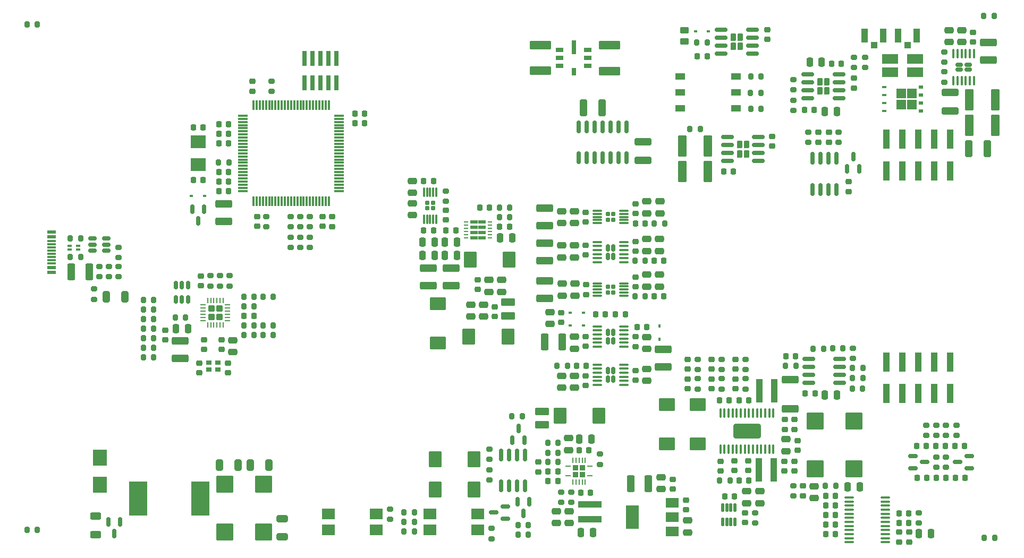
<source format=gtp>
G04 #@! TF.GenerationSoftware,KiCad,Pcbnew,(6.0.0)*
G04 #@! TF.CreationDate,2022-07-08T19:13:56+08:00*
G04 #@! TF.ProjectId,kirdy,6b697264-792e-46b6-9963-61645f706362,rev?*
G04 #@! TF.SameCoordinates,Original*
G04 #@! TF.FileFunction,Paste,Top*
G04 #@! TF.FilePolarity,Positive*
%FSLAX46Y46*%
G04 Gerber Fmt 4.6, Leading zero omitted, Abs format (unit mm)*
G04 Created by KiCad (PCBNEW (6.0.0)) date 2022-07-08 19:13:56*
%MOMM*%
%LPD*%
G01*
G04 APERTURE LIST*
G04 Aperture macros list*
%AMRoundRect*
0 Rectangle with rounded corners*
0 $1 Rounding radius*
0 $2 $3 $4 $5 $6 $7 $8 $9 X,Y pos of 4 corners*
0 Add a 4 corners polygon primitive as box body*
4,1,4,$2,$3,$4,$5,$6,$7,$8,$9,$2,$3,0*
0 Add four circle primitives for the rounded corners*
1,1,$1+$1,$2,$3*
1,1,$1+$1,$4,$5*
1,1,$1+$1,$6,$7*
1,1,$1+$1,$8,$9*
0 Add four rect primitives between the rounded corners*
20,1,$1+$1,$2,$3,$4,$5,0*
20,1,$1+$1,$4,$5,$6,$7,0*
20,1,$1+$1,$6,$7,$8,$9,0*
20,1,$1+$1,$8,$9,$2,$3,0*%
G04 Aperture macros list end*
%ADD10RoundRect,0.200000X0.200000X0.275000X-0.200000X0.275000X-0.200000X-0.275000X0.200000X-0.275000X0*%
%ADD11RoundRect,0.200000X-0.200000X-0.275000X0.200000X-0.275000X0.200000X0.275000X-0.200000X0.275000X0*%
%ADD12RoundRect,0.225000X-0.225000X-0.250000X0.225000X-0.250000X0.225000X0.250000X-0.225000X0.250000X0*%
%ADD13RoundRect,0.225000X0.225000X0.250000X-0.225000X0.250000X-0.225000X-0.250000X0.225000X-0.250000X0*%
%ADD14RoundRect,0.150000X0.150000X-0.587500X0.150000X0.587500X-0.150000X0.587500X-0.150000X-0.587500X0*%
%ADD15RoundRect,0.250000X-0.475000X0.250000X-0.475000X-0.250000X0.475000X-0.250000X0.475000X0.250000X0*%
%ADD16RoundRect,0.250000X1.075000X-0.375000X1.075000X0.375000X-1.075000X0.375000X-1.075000X-0.375000X0*%
%ADD17RoundRect,0.225000X0.250000X-0.225000X0.250000X0.225000X-0.250000X0.225000X-0.250000X-0.225000X0*%
%ADD18RoundRect,0.075000X-0.725000X-0.075000X0.725000X-0.075000X0.725000X0.075000X-0.725000X0.075000X0*%
%ADD19RoundRect,0.075000X-0.075000X-0.725000X0.075000X-0.725000X0.075000X0.725000X-0.075000X0.725000X0*%
%ADD20RoundRect,0.200000X-0.275000X0.200000X-0.275000X-0.200000X0.275000X-0.200000X0.275000X0.200000X0*%
%ADD21RoundRect,0.200000X0.275000X-0.200000X0.275000X0.200000X-0.275000X0.200000X-0.275000X-0.200000X0*%
%ADD22R,2.300000X2.500000*%
%ADD23R,2.900000X5.400000*%
%ADD24RoundRect,0.250000X0.250000X0.475000X-0.250000X0.475000X-0.250000X-0.475000X0.250000X-0.475000X0*%
%ADD25RoundRect,0.230000X-0.230000X-0.375000X0.230000X-0.375000X0.230000X0.375000X-0.230000X0.375000X0*%
%ADD26RoundRect,0.150000X-0.825000X-0.150000X0.825000X-0.150000X0.825000X0.150000X-0.825000X0.150000X0*%
%ADD27RoundRect,0.250000X0.475000X-0.250000X0.475000X0.250000X-0.475000X0.250000X-0.475000X-0.250000X0*%
%ADD28RoundRect,0.150000X0.150000X-0.512500X0.150000X0.512500X-0.150000X0.512500X-0.150000X-0.512500X0*%
%ADD29RoundRect,0.249999X-0.450001X-1.450001X0.450001X-1.450001X0.450001X1.450001X-0.450001X1.450001X0*%
%ADD30RoundRect,0.225000X-0.250000X0.225000X-0.250000X-0.225000X0.250000X-0.225000X0.250000X0.225000X0*%
%ADD31R,1.450000X0.600000*%
%ADD32R,1.450000X0.300000*%
%ADD33RoundRect,0.167500X-0.167500X-0.407500X0.167500X-0.407500X0.167500X0.407500X-0.167500X0.407500X0*%
%ADD34RoundRect,0.100000X-0.625000X-0.100000X0.625000X-0.100000X0.625000X0.100000X-0.625000X0.100000X0*%
%ADD35R,0.740000X2.400000*%
%ADD36R,2.000000X1.500000*%
%ADD37R,2.000000X3.800000*%
%ADD38RoundRect,0.167500X0.167500X0.407500X-0.167500X0.407500X-0.167500X-0.407500X0.167500X-0.407500X0*%
%ADD39RoundRect,0.100000X0.625000X0.100000X-0.625000X0.100000X-0.625000X-0.100000X0.625000X-0.100000X0*%
%ADD40RoundRect,0.250000X0.850000X-0.375000X0.850000X0.375000X-0.850000X0.375000X-0.850000X-0.375000X0*%
%ADD41R,0.900000X0.800000*%
%ADD42RoundRect,0.250000X0.325000X0.650000X-0.325000X0.650000X-0.325000X-0.650000X0.325000X-0.650000X0*%
%ADD43R,3.700000X0.980000*%
%ADD44RoundRect,0.250000X-0.250000X-0.475000X0.250000X-0.475000X0.250000X0.475000X-0.250000X0.475000X0*%
%ADD45RoundRect,0.150000X-0.150000X0.825000X-0.150000X-0.825000X0.150000X-0.825000X0.150000X0.825000X0*%
%ADD46R,1.000000X1.050000*%
%ADD47R,1.050000X2.200000*%
%ADD48RoundRect,0.099900X1.250100X-1.250100X1.250100X1.250100X-1.250100X1.250100X-1.250100X-1.250100X0*%
%ADD49RoundRect,0.250000X-0.375000X-1.075000X0.375000X-1.075000X0.375000X1.075000X-0.375000X1.075000X0*%
%ADD50R,0.600000X0.450000*%
%ADD51RoundRect,0.250000X0.787500X1.025000X-0.787500X1.025000X-0.787500X-1.025000X0.787500X-1.025000X0*%
%ADD52RoundRect,0.250000X-0.325000X-0.650000X0.325000X-0.650000X0.325000X0.650000X-0.325000X0.650000X0*%
%ADD53RoundRect,0.100000X-0.637500X-0.100000X0.637500X-0.100000X0.637500X0.100000X-0.637500X0.100000X0*%
%ADD54RoundRect,0.015000X0.275000X-0.135000X0.275000X0.135000X-0.275000X0.135000X-0.275000X-0.135000X0*%
%ADD55RoundRect,0.250000X-0.325000X-1.100000X0.325000X-1.100000X0.325000X1.100000X-0.325000X1.100000X0*%
%ADD56RoundRect,0.250000X-1.075000X0.375000X-1.075000X-0.375000X1.075000X-0.375000X1.075000X0.375000X0*%
%ADD57RoundRect,0.150000X-0.150000X0.587500X-0.150000X-0.587500X0.150000X-0.587500X0.150000X0.587500X0*%
%ADD58R,1.000000X3.150000*%
%ADD59R,2.000000X1.780000*%
%ADD60RoundRect,0.250000X1.075000X-0.362500X1.075000X0.362500X-1.075000X0.362500X-1.075000X-0.362500X0*%
%ADD61RoundRect,0.150000X0.825000X0.150000X-0.825000X0.150000X-0.825000X-0.150000X0.825000X-0.150000X0*%
%ADD62R,2.550000X1.550000*%
%ADD63RoundRect,0.249999X1.450001X-0.450001X1.450001X0.450001X-1.450001X0.450001X-1.450001X-0.450001X0*%
%ADD64RoundRect,0.250000X-0.787500X-1.025000X0.787500X-1.025000X0.787500X1.025000X-0.787500X1.025000X0*%
%ADD65RoundRect,0.250000X0.275000X-0.275000X0.275000X0.275000X-0.275000X0.275000X-0.275000X-0.275000X0*%
%ADD66RoundRect,0.062500X0.062500X-0.350000X0.062500X0.350000X-0.062500X0.350000X-0.062500X-0.350000X0*%
%ADD67RoundRect,0.062500X0.350000X-0.062500X0.350000X0.062500X-0.350000X0.062500X-0.350000X-0.062500X0*%
%ADD68RoundRect,0.250000X1.025000X-0.787500X1.025000X0.787500X-1.025000X0.787500X-1.025000X-0.787500X0*%
%ADD69RoundRect,0.250000X0.450000X-0.262500X0.450000X0.262500X-0.450000X0.262500X-0.450000X-0.262500X0*%
%ADD70R,0.980000X3.700000*%
%ADD71RoundRect,0.250000X-1.025000X0.787500X-1.025000X-0.787500X1.025000X-0.787500X1.025000X0.787500X0*%
%ADD72RoundRect,0.167500X-0.407500X0.167500X-0.407500X-0.167500X0.407500X-0.167500X0.407500X0.167500X0*%
%ADD73RoundRect,0.100000X-0.100000X0.625000X-0.100000X-0.625000X0.100000X-0.625000X0.100000X0.625000X0*%
%ADD74RoundRect,0.250000X0.325000X1.100000X-0.325000X1.100000X-0.325000X-1.100000X0.325000X-1.100000X0*%
%ADD75RoundRect,0.250000X1.100000X-0.325000X1.100000X0.325000X-1.100000X0.325000X-1.100000X-0.325000X0*%
%ADD76R,1.150000X0.630000*%
%ADD77R,0.700000X0.250000*%
%ADD78RoundRect,0.250001X1.924999X-0.899999X1.924999X0.899999X-1.924999X0.899999X-1.924999X-0.899999X0*%
%ADD79RoundRect,0.100000X0.100000X-0.637500X0.100000X0.637500X-0.100000X0.637500X-0.100000X-0.637500X0*%
%ADD80RoundRect,0.125000X-0.125000X0.537500X-0.125000X-0.537500X0.125000X-0.537500X0.125000X0.537500X0*%
%ADD81RoundRect,0.170000X-0.170000X-0.210000X0.170000X-0.210000X0.170000X0.210000X-0.170000X0.210000X0*%
%ADD82RoundRect,0.075000X-0.650000X-0.075000X0.650000X-0.075000X0.650000X0.075000X-0.650000X0.075000X0*%
%ADD83RoundRect,0.150000X0.587500X0.150000X-0.587500X0.150000X-0.587500X-0.150000X0.587500X-0.150000X0*%
%ADD84R,0.820000X0.820000*%
%ADD85R,0.850000X0.280000*%
%ADD86R,0.280000X0.850000*%
%ADD87RoundRect,0.249999X-1.450001X0.450001X-1.450001X-0.450001X1.450001X-0.450001X1.450001X0.450001X0*%
%ADD88RoundRect,0.170000X0.210000X-0.170000X0.210000X0.170000X-0.210000X0.170000X-0.210000X-0.170000X0*%
%ADD89RoundRect,0.075000X0.075000X-0.650000X0.075000X0.650000X-0.075000X0.650000X-0.075000X-0.650000X0*%
%ADD90R,2.400000X2.000000*%
%ADD91R,1.500000X1.500000*%
%ADD92R,0.750000X0.500000*%
%ADD93R,0.750000X0.400000*%
%ADD94R,1.500000X1.100000*%
%ADD95R,0.450000X0.600000*%
%ADD96RoundRect,0.250000X-1.100000X0.325000X-1.100000X-0.325000X1.100000X-0.325000X1.100000X0.325000X0*%
%ADD97RoundRect,0.249999X0.450001X1.450001X-0.450001X1.450001X-0.450001X-1.450001X0.450001X-1.450001X0*%
%ADD98RoundRect,0.250000X0.625000X-0.312500X0.625000X0.312500X-0.625000X0.312500X-0.625000X-0.312500X0*%
%ADD99RoundRect,0.250000X0.375000X1.075000X-0.375000X1.075000X-0.375000X-1.075000X0.375000X-1.075000X0*%
%ADD100R,1.295400X0.635000*%
%ADD101R,0.635000X1.295400*%
%ADD102R,0.635000X2.311400*%
%ADD103RoundRect,0.250000X-0.650000X0.325000X-0.650000X-0.325000X0.650000X-0.325000X0.650000X0.325000X0*%
%ADD104RoundRect,0.150000X-0.512500X-0.150000X0.512500X-0.150000X0.512500X0.150000X-0.512500X0.150000X0*%
%ADD105RoundRect,0.150000X-0.587500X-0.150000X0.587500X-0.150000X0.587500X0.150000X-0.587500X0.150000X0*%
G04 APERTURE END LIST*
D10*
X38925800Y-53117000D03*
X37275800Y-53117000D03*
X64469800Y-87521000D03*
X62819800Y-87521000D03*
D11*
X80991000Y-89515000D03*
X82641000Y-89515000D03*
D12*
X37325800Y-56165000D03*
X38875800Y-56165000D03*
D13*
X149189800Y-82022000D03*
X147639800Y-82022000D03*
D14*
X80104000Y-75949100D03*
X82004000Y-75949100D03*
X81054000Y-74074100D03*
D15*
X107978000Y-88793600D03*
X107978000Y-90693600D03*
D16*
X34077000Y-41128000D03*
X34077000Y-38328000D03*
D17*
X111838800Y-64661400D03*
X111838800Y-63111400D03*
D12*
X65953400Y-42534800D03*
X67503400Y-42534800D03*
D18*
X37156000Y-24226000D03*
X37156000Y-24726000D03*
X37156000Y-25226000D03*
X37156000Y-25726000D03*
X37156000Y-26226000D03*
X37156000Y-26726000D03*
X37156000Y-27226000D03*
X37156000Y-27726000D03*
X37156000Y-28226000D03*
X37156000Y-28726000D03*
X37156000Y-29226000D03*
X37156000Y-29726000D03*
X37156000Y-30226000D03*
X37156000Y-30726000D03*
X37156000Y-31226000D03*
X37156000Y-31726000D03*
X37156000Y-32226000D03*
X37156000Y-32726000D03*
X37156000Y-33226000D03*
X37156000Y-33726000D03*
X37156000Y-34226000D03*
X37156000Y-34726000D03*
X37156000Y-35226000D03*
X37156000Y-35726000D03*
X37156000Y-36226000D03*
D19*
X38831000Y-37901000D03*
X39331000Y-37901000D03*
X39831000Y-37901000D03*
X40331000Y-37901000D03*
X40831000Y-37901000D03*
X41331000Y-37901000D03*
X41831000Y-37901000D03*
X42331000Y-37901000D03*
X42831000Y-37901000D03*
X43331000Y-37901000D03*
X43831000Y-37901000D03*
X44331000Y-37901000D03*
X44831000Y-37901000D03*
X45331000Y-37901000D03*
X45831000Y-37901000D03*
X46331000Y-37901000D03*
X46831000Y-37901000D03*
X47331000Y-37901000D03*
X47831000Y-37901000D03*
X48331000Y-37901000D03*
X48831000Y-37901000D03*
X49331000Y-37901000D03*
X49831000Y-37901000D03*
X50331000Y-37901000D03*
X50831000Y-37901000D03*
D18*
X52506000Y-36226000D03*
X52506000Y-35726000D03*
X52506000Y-35226000D03*
X52506000Y-34726000D03*
X52506000Y-34226000D03*
X52506000Y-33726000D03*
X52506000Y-33226000D03*
X52506000Y-32726000D03*
X52506000Y-32226000D03*
X52506000Y-31726000D03*
X52506000Y-31226000D03*
X52506000Y-30726000D03*
X52506000Y-30226000D03*
X52506000Y-29726000D03*
X52506000Y-29226000D03*
X52506000Y-28726000D03*
X52506000Y-28226000D03*
X52506000Y-27726000D03*
X52506000Y-27226000D03*
X52506000Y-26726000D03*
X52506000Y-26226000D03*
X52506000Y-25726000D03*
X52506000Y-25226000D03*
X52506000Y-24726000D03*
X52506000Y-24226000D03*
D19*
X50831000Y-22551000D03*
X50331000Y-22551000D03*
X49831000Y-22551000D03*
X49331000Y-22551000D03*
X48831000Y-22551000D03*
X48331000Y-22551000D03*
X47831000Y-22551000D03*
X47331000Y-22551000D03*
X46831000Y-22551000D03*
X46331000Y-22551000D03*
X45831000Y-22551000D03*
X45331000Y-22551000D03*
X44831000Y-22551000D03*
X44331000Y-22551000D03*
X43831000Y-22551000D03*
X43331000Y-22551000D03*
X42831000Y-22551000D03*
X42331000Y-22551000D03*
X41831000Y-22551000D03*
X41331000Y-22551000D03*
X40831000Y-22551000D03*
X40331000Y-22551000D03*
X39831000Y-22551000D03*
X39331000Y-22551000D03*
X38831000Y-22551000D03*
D17*
X115648800Y-64661400D03*
X115648800Y-63111400D03*
D10*
X38925800Y-54641000D03*
X37275800Y-54641000D03*
D17*
X108028800Y-67760200D03*
X108028800Y-66210200D03*
D15*
X86106000Y-55537400D03*
X86106000Y-57437400D03*
D20*
X118773000Y-87547000D03*
X118773000Y-89197000D03*
D10*
X41973800Y-53117000D03*
X40323800Y-53117000D03*
D21*
X144833400Y-89210000D03*
X144833400Y-87560000D03*
D20*
X113413600Y-63061400D03*
X113413600Y-64711400D03*
D10*
X156834400Y-8362000D03*
X155184400Y-8362000D03*
D17*
X91770200Y-60986000D03*
X91770200Y-59436000D03*
D22*
X14351000Y-78749000D03*
X14351000Y-83049000D03*
D12*
X65953400Y-34635400D03*
X67503400Y-34635400D03*
D23*
X20466800Y-85307000D03*
X30366800Y-85307000D03*
D24*
X71226800Y-46504300D03*
X69326800Y-46504300D03*
D25*
X116422000Y-13176000D03*
X116422000Y-11676000D03*
X115282000Y-13176000D03*
X115282000Y-11676000D03*
D26*
X113377000Y-10521000D03*
X113377000Y-11791000D03*
X113377000Y-13061000D03*
X113377000Y-14331000D03*
X118327000Y-14331000D03*
X118327000Y-13061000D03*
X118327000Y-11791000D03*
X118327000Y-10521000D03*
D27*
X89029600Y-77536400D03*
X89029600Y-75636400D03*
D28*
X26482800Y-53492500D03*
X27432800Y-53492500D03*
X28382800Y-53492500D03*
X28382800Y-51217500D03*
X27432800Y-51217500D03*
X26482800Y-51217500D03*
D21*
X47793000Y-41947000D03*
X47793000Y-40297000D03*
D29*
X152890000Y-25781000D03*
X156990000Y-25781000D03*
D20*
X109603600Y-63061400D03*
X109603600Y-64711400D03*
D11*
X99581200Y-47358600D03*
X101231200Y-47358600D03*
D13*
X131536800Y-89426400D03*
X129986800Y-89426400D03*
D30*
X91770200Y-44869400D03*
X91770200Y-46419400D03*
X117186000Y-87571600D03*
X117186000Y-89121600D03*
D13*
X101232000Y-41389600D03*
X99682000Y-41389600D03*
D27*
X151684000Y-12474000D03*
X151684000Y-10574000D03*
D20*
X17325400Y-45230600D03*
X17325400Y-46880600D03*
X117223600Y-66160200D03*
X117223600Y-67810200D03*
D11*
X78019200Y-38875000D03*
X79669200Y-38875000D03*
D12*
X93332000Y-55880000D03*
X94882000Y-55880000D03*
D16*
X70335200Y-51324000D03*
X70335200Y-48524000D03*
D21*
X89436000Y-85895000D03*
X89436000Y-84245000D03*
D15*
X101473000Y-59515000D03*
X101473000Y-61415000D03*
D31*
X6638400Y-42742600D03*
X6638400Y-43542600D03*
D32*
X6638400Y-44742600D03*
X6638400Y-45742600D03*
X6638400Y-46242600D03*
X6638400Y-47242600D03*
D31*
X6638400Y-48442600D03*
X6638400Y-49242600D03*
X6638400Y-49242600D03*
X6638400Y-48442600D03*
D32*
X6638400Y-47742600D03*
X6638400Y-46742600D03*
X6638400Y-45242600D03*
X6638400Y-44242600D03*
D31*
X6638400Y-43542600D03*
X6638400Y-42742600D03*
D16*
X85191600Y-41799000D03*
X85191600Y-38999000D03*
D15*
X101473000Y-49583600D03*
X101473000Y-51483600D03*
D12*
X99936000Y-57975800D03*
X101486000Y-57975800D03*
D15*
X89992200Y-65712600D03*
X89992200Y-67612600D03*
D12*
X90743800Y-77551600D03*
X92293800Y-77551600D03*
D10*
X79669200Y-40399000D03*
X78019200Y-40399000D03*
D30*
X133632000Y-34765000D03*
X133632000Y-36315000D03*
D33*
X96142600Y-45277000D03*
X95322600Y-45277000D03*
X96142600Y-46697000D03*
X95322600Y-46697000D03*
D34*
X93582600Y-44362000D03*
X93582600Y-45012000D03*
X93582600Y-45662000D03*
X93582600Y-46312000D03*
X93582600Y-46962000D03*
X93582600Y-47612000D03*
X97882600Y-47612000D03*
X97882600Y-46962000D03*
X97882600Y-46312000D03*
X97882600Y-45662000D03*
X97882600Y-45012000D03*
X97882600Y-44362000D03*
D30*
X99695000Y-59486800D03*
X99695000Y-61036800D03*
D21*
X32004800Y-51402000D03*
X32004800Y-49752000D03*
D27*
X101523800Y-39799600D03*
X101523800Y-37899600D03*
D35*
X52060200Y-15105200D03*
X52060200Y-19005200D03*
X50790200Y-15105200D03*
X50790200Y-19005200D03*
X49520200Y-15105200D03*
X49520200Y-19005200D03*
X48250200Y-15105200D03*
X48250200Y-19005200D03*
X46980200Y-15105200D03*
X46980200Y-19005200D03*
D36*
X105540000Y-90545000D03*
D37*
X99240000Y-88245000D03*
D36*
X105540000Y-88245000D03*
X105540000Y-85945000D03*
D15*
X89992200Y-44935400D03*
X89992200Y-46835400D03*
D20*
X117223600Y-63061400D03*
X117223600Y-64711400D03*
D11*
X118047000Y-23114000D03*
X119697000Y-23114000D03*
D10*
X88836000Y-64122600D03*
X87186000Y-64122600D03*
D12*
X55003400Y-25400000D03*
X56553400Y-25400000D03*
D10*
X22923800Y-61245000D03*
X21273800Y-61245000D03*
D30*
X113284000Y-79362000D03*
X113284000Y-80912000D03*
D15*
X128171000Y-83294800D03*
X128171000Y-85194800D03*
D38*
X96142600Y-64835000D03*
X96142600Y-66255000D03*
X95322600Y-64835000D03*
X95322600Y-66255000D03*
D39*
X97882600Y-67170000D03*
X97882600Y-66520000D03*
X97882600Y-65870000D03*
X97882600Y-65220000D03*
X97882600Y-64570000D03*
X97882600Y-63920000D03*
X93582600Y-63920000D03*
X93582600Y-64570000D03*
X93582600Y-65220000D03*
X93582600Y-65870000D03*
X93582600Y-66520000D03*
X93582600Y-67170000D03*
D40*
X79375000Y-56124400D03*
X79375000Y-53974400D03*
D11*
X2731000Y-9652000D03*
X4381000Y-9652000D03*
D38*
X96142600Y-60159000D03*
X95322600Y-60159000D03*
X95322600Y-58739000D03*
X96142600Y-58739000D03*
D39*
X97882600Y-61074000D03*
X97882600Y-60424000D03*
X97882600Y-59774000D03*
X97882600Y-59124000D03*
X97882600Y-58474000D03*
X97882600Y-57824000D03*
X93582600Y-57824000D03*
X93582600Y-58474000D03*
X93582600Y-59124000D03*
X93582600Y-59774000D03*
X93582600Y-60424000D03*
X93582600Y-61074000D03*
D41*
X33150000Y-63627000D03*
X31750000Y-63627000D03*
X31750000Y-64727000D03*
X33150000Y-64727000D03*
D20*
X124841000Y-18479000D03*
X124841000Y-20129000D03*
D13*
X34852000Y-36296000D03*
X33302000Y-36296000D03*
D30*
X91770200Y-65684400D03*
X91770200Y-67234400D03*
D42*
X41251400Y-79984600D03*
X38301400Y-79984600D03*
D43*
X92433200Y-86247200D03*
X92433200Y-88617200D03*
D21*
X136284000Y-16553000D03*
X136284000Y-14903000D03*
D15*
X103505000Y-43919400D03*
X103505000Y-45819400D03*
D44*
X90772000Y-75824400D03*
X92672000Y-75824400D03*
D45*
X98298000Y-25973000D03*
X97028000Y-25973000D03*
X95758000Y-25973000D03*
X94488000Y-25973000D03*
X93218000Y-25973000D03*
X91948000Y-25973000D03*
X90678000Y-25973000D03*
X90678000Y-30923000D03*
X91948000Y-30923000D03*
X93218000Y-30923000D03*
X94488000Y-30923000D03*
X95758000Y-30923000D03*
X97028000Y-30923000D03*
X98298000Y-30923000D03*
D13*
X117744600Y-69638800D03*
X116194600Y-69638800D03*
D11*
X109461800Y-12522200D03*
X111111800Y-12522200D03*
D30*
X99695000Y-44297600D03*
X99695000Y-45847600D03*
D46*
X137696000Y-12968000D03*
D47*
X139171000Y-11443000D03*
X136221000Y-11443000D03*
D13*
X115320400Y-33127000D03*
X113770400Y-33127000D03*
D48*
X128286800Y-72890000D03*
X128286800Y-80510000D03*
X134506800Y-80510000D03*
X134506800Y-72890000D03*
D10*
X156908000Y-91567000D03*
X155258000Y-91567000D03*
X22923800Y-59721000D03*
X21273800Y-59721000D03*
D30*
X69522400Y-39321400D03*
X69522400Y-40871400D03*
D49*
X98907200Y-82885600D03*
X101707200Y-82885600D03*
D50*
X109236800Y-10744200D03*
X111336800Y-10744200D03*
D20*
X41697000Y-18707000D03*
X41697000Y-20357000D03*
X146001800Y-73577000D03*
X146001800Y-75227000D03*
D10*
X87365400Y-79482000D03*
X85715400Y-79482000D03*
D21*
X148940800Y-15701800D03*
X148940800Y-14051800D03*
D30*
X120678000Y-10482600D03*
X120678000Y-12032600D03*
D51*
X79586900Y-47215500D03*
X73361900Y-47215500D03*
D30*
X125529400Y-76013600D03*
X125529400Y-77563600D03*
D13*
X152110800Y-76942000D03*
X150560800Y-76942000D03*
D52*
X33401800Y-79973000D03*
X36351800Y-79973000D03*
D12*
X90284000Y-64122600D03*
X91834000Y-64122600D03*
D53*
X133741300Y-85114800D03*
X133741300Y-85764800D03*
X133741300Y-86414800D03*
X133741300Y-87064800D03*
X133741300Y-87714800D03*
X133741300Y-88364800D03*
X133741300Y-89014800D03*
X133741300Y-89664800D03*
X133741300Y-90314800D03*
X133741300Y-90964800D03*
X133741300Y-91614800D03*
X133741300Y-92264800D03*
X139466300Y-92264800D03*
X139466300Y-91614800D03*
X139466300Y-90964800D03*
X139466300Y-90314800D03*
X139466300Y-89664800D03*
X139466300Y-89014800D03*
X139466300Y-88364800D03*
X139466300Y-87714800D03*
X139466300Y-87064800D03*
X139466300Y-86414800D03*
X139466300Y-85764800D03*
X139466300Y-85114800D03*
D13*
X149062800Y-76942000D03*
X147512800Y-76942000D03*
D10*
X38925800Y-57689000D03*
X37275800Y-57689000D03*
D54*
X9558400Y-45568600D03*
X10868400Y-45568600D03*
X10868400Y-45018600D03*
X9558400Y-45018600D03*
D16*
X66728400Y-51336400D03*
X66728400Y-48536400D03*
D20*
X134317800Y-61283400D03*
X134317800Y-62933400D03*
X33528800Y-49752000D03*
X33528800Y-51402000D03*
D12*
X123662200Y-62565600D03*
X125212200Y-62565600D03*
D10*
X22923800Y-53625000D03*
X21273800Y-53625000D03*
D55*
X152830000Y-29464000D03*
X155780000Y-29464000D03*
D56*
X104114600Y-61478000D03*
X104114600Y-64278000D03*
D57*
X30963000Y-39168500D03*
X29063000Y-39168500D03*
X30013000Y-41043500D03*
D15*
X88011000Y-51006000D03*
X88011000Y-52906000D03*
D58*
X149860000Y-27970000D03*
X149860000Y-33020000D03*
X147320000Y-27970000D03*
X147320000Y-33020000D03*
X144780000Y-27970000D03*
X144780000Y-33020000D03*
X142240000Y-27970000D03*
X142240000Y-33020000D03*
X139700000Y-27970000D03*
X139700000Y-33020000D03*
D17*
X115648800Y-67760200D03*
X115648800Y-66210200D03*
D30*
X91821000Y-51181000D03*
X91821000Y-52731000D03*
D59*
X50744800Y-87775000D03*
X50744800Y-90315000D03*
X58364800Y-90315000D03*
X58364800Y-87775000D03*
D21*
X46269000Y-41947000D03*
X46269000Y-40297000D03*
D12*
X102679200Y-47358600D03*
X104229200Y-47358600D03*
X96532400Y-55880000D03*
X98082400Y-55880000D03*
D17*
X153462000Y-12502200D03*
X153462000Y-10952200D03*
D50*
X28963000Y-37058000D03*
X31063000Y-37058000D03*
D25*
X130188000Y-20300000D03*
X130188000Y-18800000D03*
X129048000Y-20300000D03*
X129048000Y-18800000D03*
D26*
X127143000Y-17645000D03*
X127143000Y-18915000D03*
X127143000Y-20185000D03*
X127143000Y-21455000D03*
X132093000Y-21455000D03*
X132093000Y-20185000D03*
X132093000Y-18915000D03*
X132093000Y-17645000D03*
D15*
X87960200Y-39474400D03*
X87960200Y-41374400D03*
D24*
X28382800Y-58197000D03*
X26482800Y-58197000D03*
D21*
X132054600Y-28491000D03*
X132054600Y-26841000D03*
D44*
X65778400Y-46497200D03*
X67678400Y-46497200D03*
D13*
X34852000Y-34772000D03*
X33302000Y-34772000D03*
D12*
X126619000Y-23348000D03*
X128169000Y-23348000D03*
D13*
X34852000Y-28676000D03*
X33302000Y-28676000D03*
D60*
X124361000Y-70936500D03*
X124361000Y-66311500D03*
D21*
X14277400Y-49928600D03*
X14277400Y-48278600D03*
D20*
X87861200Y-84245000D03*
X87861200Y-85895000D03*
D21*
X76454000Y-79057000D03*
X76454000Y-77407000D03*
D61*
X132220800Y-66834000D03*
X132220800Y-65564000D03*
X132220800Y-64294000D03*
X132220800Y-63024000D03*
X127270800Y-63024000D03*
X127270800Y-64294000D03*
X127270800Y-65564000D03*
X127270800Y-66834000D03*
D20*
X109603600Y-66160200D03*
X109603600Y-67810200D03*
D51*
X73978500Y-83820000D03*
X67753500Y-83820000D03*
D62*
X140293000Y-17261000D03*
X140293000Y-15211000D03*
X144243000Y-17261000D03*
X144243000Y-15211000D03*
D63*
X95554800Y-17086800D03*
X95554800Y-12986800D03*
D20*
X134506000Y-14903000D03*
X134506000Y-16553000D03*
D10*
X22923800Y-55149000D03*
X21273800Y-55149000D03*
D30*
X87884000Y-55613000D03*
X87884000Y-57163000D03*
D21*
X94008000Y-79849800D03*
X94008000Y-78199800D03*
D13*
X76444200Y-38875000D03*
X74894200Y-38875000D03*
D21*
X149176800Y-80307000D03*
X149176800Y-78657000D03*
D13*
X131536800Y-90950400D03*
X129986800Y-90950400D03*
D64*
X87668500Y-72089400D03*
X93893500Y-72089400D03*
D10*
X81650400Y-72166800D03*
X80000400Y-72166800D03*
X131586800Y-83254200D03*
X129936800Y-83254200D03*
D11*
X134241600Y-67721800D03*
X135891600Y-67721800D03*
D12*
X141696200Y-89147600D03*
X143246200Y-89147600D03*
D48*
X34244800Y-83021000D03*
X34244800Y-90641000D03*
X40464800Y-90641000D03*
X40464800Y-83021000D03*
D17*
X77241400Y-56268600D03*
X77241400Y-54718600D03*
D10*
X41973800Y-59213000D03*
X40323800Y-59213000D03*
D65*
X32116800Y-55007000D03*
X32116800Y-56307000D03*
X33416800Y-55007000D03*
X33416800Y-56307000D03*
D66*
X31516800Y-57594500D03*
X32016800Y-57594500D03*
X32516800Y-57594500D03*
X33016800Y-57594500D03*
X33516800Y-57594500D03*
X34016800Y-57594500D03*
D67*
X34704300Y-56907000D03*
X34704300Y-56407000D03*
X34704300Y-55907000D03*
X34704300Y-55407000D03*
X34704300Y-54907000D03*
X34704300Y-54407000D03*
D66*
X34016800Y-53719500D03*
X33516800Y-53719500D03*
X33016800Y-53719500D03*
X32516800Y-53719500D03*
X32016800Y-53719500D03*
X31516800Y-53719500D03*
D67*
X30829300Y-54407000D03*
X30829300Y-54907000D03*
X30829300Y-55407000D03*
X30829300Y-55907000D03*
X30829300Y-56407000D03*
X30829300Y-56907000D03*
D44*
X65778400Y-44414400D03*
X67678400Y-44414400D03*
D10*
X64469800Y-89045000D03*
X62819800Y-89045000D03*
D12*
X78069200Y-41932300D03*
X79619200Y-41932300D03*
D27*
X103606600Y-39799600D03*
X103606600Y-37899600D03*
D68*
X104726800Y-76562700D03*
X104726800Y-70337700D03*
D10*
X22923800Y-58197000D03*
X21273800Y-58197000D03*
D69*
X107492800Y-12418700D03*
X107492800Y-10593700D03*
D70*
X119416800Y-68072000D03*
X121786800Y-68072000D03*
D44*
X133494800Y-83432000D03*
X135394800Y-83432000D03*
D15*
X117413400Y-84120000D03*
X117413400Y-86020000D03*
D13*
X87315400Y-81006000D03*
X85765400Y-81006000D03*
D70*
X119391400Y-80713200D03*
X121761400Y-80713200D03*
D30*
X143284000Y-90645000D03*
X143284000Y-92195000D03*
D13*
X34852000Y-33248000D03*
X33302000Y-33248000D03*
D71*
X68199000Y-54222900D03*
X68199000Y-60447900D03*
D21*
X149176800Y-75227000D03*
X149176800Y-73577000D03*
D72*
X151278800Y-16912400D03*
X152698800Y-16912400D03*
X151278800Y-16092400D03*
X152698800Y-16092400D03*
D73*
X153613800Y-14352400D03*
X152963800Y-14352400D03*
X152313800Y-14352400D03*
X151663800Y-14352400D03*
X151013800Y-14352400D03*
X150363800Y-14352400D03*
X150363800Y-18652400D03*
X151013800Y-18652400D03*
X151663800Y-18652400D03*
X152313800Y-18652400D03*
X152963800Y-18652400D03*
X153613800Y-18652400D03*
D74*
X94388200Y-22936200D03*
X91438200Y-22936200D03*
D30*
X123446600Y-79341000D03*
X123446600Y-80891000D03*
D10*
X41973800Y-57689000D03*
X40323800Y-57689000D03*
D12*
X55003400Y-23876000D03*
X56553400Y-23876000D03*
D75*
X100863400Y-31320000D03*
X100863400Y-28370000D03*
D21*
X13462000Y-53530000D03*
X13462000Y-51880000D03*
D76*
X73934400Y-42878900D03*
X73934400Y-42033900D03*
X73934400Y-43723900D03*
X75264400Y-42878900D03*
X75264400Y-43723900D03*
X75264400Y-42033900D03*
X75264400Y-41188900D03*
X73934400Y-41188900D03*
D77*
X76499400Y-43706400D03*
X76499400Y-43206400D03*
X76499400Y-42706400D03*
X76499400Y-42206400D03*
X76499400Y-41706400D03*
X76499400Y-41206400D03*
X72699400Y-41206400D03*
X72699400Y-41706400D03*
X72699400Y-42206400D03*
X72699400Y-42706400D03*
X72699400Y-43206400D03*
X72699400Y-43706400D03*
D17*
X74549000Y-51956000D03*
X74549000Y-50406000D03*
D13*
X131536800Y-86378400D03*
X129986800Y-86378400D03*
D46*
X143030000Y-12968000D03*
D47*
X141555000Y-11443000D03*
X144505000Y-11443000D03*
D10*
X87365400Y-78008800D03*
X85715400Y-78008800D03*
D21*
X47793000Y-45249000D03*
X47793000Y-43599000D03*
D24*
X131788000Y-23602000D03*
X129888000Y-23602000D03*
D52*
X15416000Y-53086000D03*
X18366000Y-53086000D03*
D30*
X123472000Y-72699200D03*
X123472000Y-74249200D03*
D78*
X117452200Y-74515600D03*
D79*
X113227200Y-77378100D03*
X113877200Y-77378100D03*
X114527200Y-77378100D03*
X115177200Y-77378100D03*
X115827200Y-77378100D03*
X116477200Y-77378100D03*
X117127200Y-77378100D03*
X117777200Y-77378100D03*
X118427200Y-77378100D03*
X119077200Y-77378100D03*
X119727200Y-77378100D03*
X120377200Y-77378100D03*
X121027200Y-77378100D03*
X121677200Y-77378100D03*
X121677200Y-71653100D03*
X121027200Y-71653100D03*
X120377200Y-71653100D03*
X119727200Y-71653100D03*
X119077200Y-71653100D03*
X118427200Y-71653100D03*
X117777200Y-71653100D03*
X117127200Y-71653100D03*
X116477200Y-71653100D03*
X115827200Y-71653100D03*
X115177200Y-71653100D03*
X114527200Y-71653100D03*
X113877200Y-71653100D03*
X113227200Y-71653100D03*
D17*
X107774800Y-87089600D03*
X107774800Y-85539600D03*
D13*
X71059400Y-42509400D03*
X69509400Y-42509400D03*
D21*
X60596800Y-88614000D03*
X60596800Y-86964000D03*
D45*
X131727000Y-31033000D03*
X130457000Y-31033000D03*
X129187000Y-31033000D03*
X127917000Y-31033000D03*
X127917000Y-35983000D03*
X129187000Y-35983000D03*
X130457000Y-35983000D03*
X131727000Y-35983000D03*
D27*
X73431400Y-56240400D03*
X73431400Y-54340400D03*
X103736200Y-83759400D03*
X103736200Y-81859400D03*
X75463400Y-56240400D03*
X75463400Y-54340400D03*
D13*
X87315400Y-82530000D03*
X85765400Y-82530000D03*
D24*
X71226800Y-44414400D03*
X69326800Y-44414400D03*
D15*
X87960200Y-44935400D03*
X87960200Y-46835400D03*
D12*
X102679200Y-53022800D03*
X104229200Y-53022800D03*
D10*
X129644200Y-61371800D03*
X127994200Y-61371800D03*
D11*
X108369600Y-26339800D03*
X110019600Y-26339800D03*
D27*
X101473000Y-66482000D03*
X101473000Y-64582000D03*
D13*
X146014800Y-76942000D03*
X144464800Y-76942000D03*
D21*
X44745000Y-45249000D03*
X44745000Y-43599000D03*
D16*
X155900400Y-15370000D03*
X155900400Y-12570000D03*
D27*
X119535000Y-86020000D03*
X119535000Y-84120000D03*
D17*
X99695000Y-39827800D03*
X99695000Y-38277800D03*
D10*
X28028400Y-56438800D03*
X26378400Y-56438800D03*
D17*
X99695000Y-66434000D03*
X99695000Y-64884000D03*
D68*
X109654400Y-76549300D03*
X109654400Y-70324300D03*
D15*
X101473000Y-43919400D03*
X101473000Y-45819400D03*
D30*
X39411000Y-40334000D03*
X39411000Y-41884000D03*
D21*
X44745000Y-41947000D03*
X44745000Y-40297000D03*
D30*
X99695000Y-49961800D03*
X99695000Y-51511800D03*
D20*
X124869000Y-83216600D03*
X124869000Y-84866600D03*
D57*
X17587000Y-88978500D03*
X15687000Y-88978500D03*
X16637000Y-90853500D03*
D17*
X34736000Y-65206000D03*
X34736000Y-63656000D03*
D11*
X123612200Y-64140400D03*
X125262200Y-64140400D03*
D13*
X34852000Y-27152000D03*
X33302000Y-27152000D03*
D15*
X103505000Y-49583600D03*
X103505000Y-51483600D03*
D20*
X40894000Y-40297600D03*
X40894000Y-41947600D03*
D10*
X104330000Y-41389600D03*
X102680000Y-41389600D03*
D49*
X9829400Y-49103600D03*
X12629400Y-49103600D03*
D80*
X115543600Y-86726500D03*
X114893600Y-86726500D03*
X114243600Y-86726500D03*
X113593600Y-86726500D03*
X113593600Y-89001500D03*
X114243600Y-89001500D03*
X114893600Y-89001500D03*
X115543600Y-89001500D03*
D81*
X96152600Y-40843600D03*
X96152600Y-39903600D03*
X95312600Y-40843600D03*
X95312600Y-39903600D03*
D82*
X93582600Y-39373600D03*
X93582600Y-39873600D03*
X93582600Y-40373600D03*
X93582600Y-40873600D03*
X93582600Y-41373600D03*
X97882600Y-41373600D03*
X97882600Y-40873600D03*
X97882600Y-40373600D03*
X97882600Y-39873600D03*
X97882600Y-39373600D03*
D16*
X85267800Y-53356000D03*
X85267800Y-50556000D03*
D11*
X134254800Y-64470600D03*
X135904800Y-64470600D03*
D21*
X147652800Y-80307000D03*
X147652800Y-78657000D03*
D56*
X27178800Y-60099000D03*
X27178800Y-62899000D03*
D11*
X80991000Y-91039000D03*
X82641000Y-91039000D03*
D83*
X78936300Y-88463000D03*
X78936300Y-86563000D03*
X77061300Y-87513000D03*
D27*
X64188400Y-36543000D03*
X64188400Y-34643000D03*
D11*
X33252000Y-31724000D03*
X34902000Y-31724000D03*
D15*
X89992200Y-39474400D03*
X89992200Y-41374400D03*
D13*
X128285600Y-68534600D03*
X126735600Y-68534600D03*
D29*
X152890000Y-21717000D03*
X156990000Y-21717000D03*
D30*
X125046800Y-79315600D03*
X125046800Y-80865600D03*
D84*
X91266000Y-80344400D03*
X91266000Y-81464400D03*
X90146000Y-81464400D03*
X90146000Y-80344400D03*
D85*
X92431000Y-80154400D03*
D86*
X91706000Y-79179400D03*
X91206000Y-79179400D03*
X90706000Y-79179400D03*
X90206000Y-79179400D03*
X89706000Y-79179400D03*
D85*
X88981000Y-80154400D03*
X88981000Y-81654400D03*
D86*
X89706000Y-82629400D03*
X90206000Y-82629400D03*
X90706000Y-82629400D03*
X91206000Y-82629400D03*
X91706000Y-82629400D03*
D85*
X92431000Y-81654400D03*
D17*
X111838800Y-67760200D03*
X111838800Y-66210200D03*
D87*
X84531200Y-12961400D03*
X84531200Y-17061400D03*
D17*
X30480000Y-51346400D03*
X30480000Y-49796400D03*
D11*
X118021600Y-20574000D03*
X119671600Y-20574000D03*
D40*
X84812000Y-73545400D03*
X84812000Y-71395400D03*
D15*
X90043000Y-51006000D03*
X90043000Y-52906000D03*
D17*
X134506000Y-19805000D03*
X134506000Y-18255000D03*
D30*
X33782800Y-59962000D03*
X33782800Y-61512000D03*
D27*
X76327000Y-52334200D03*
X76327000Y-50434200D03*
D88*
X66512400Y-38152400D03*
X67452400Y-38152400D03*
X67452400Y-38992400D03*
X66512400Y-38992400D03*
D89*
X65982400Y-40722400D03*
X66482400Y-40722400D03*
X66982400Y-40722400D03*
X67482400Y-40722400D03*
X67982400Y-40722400D03*
X67982400Y-36422400D03*
X67482400Y-36422400D03*
X66982400Y-36422400D03*
X66482400Y-36422400D03*
X65982400Y-36422400D03*
D30*
X30164000Y-63656000D03*
X30164000Y-65206000D03*
D58*
X139700000Y-68550000D03*
X139700000Y-63500000D03*
X142240000Y-68550000D03*
X142240000Y-63500000D03*
X144780000Y-68550000D03*
X144780000Y-63500000D03*
X147320000Y-68550000D03*
X147320000Y-63500000D03*
X149860000Y-68550000D03*
X149860000Y-63500000D03*
D12*
X130937000Y-15982000D03*
X132487000Y-15982000D03*
X141696200Y-87623600D03*
X143246200Y-87623600D03*
D90*
X30013000Y-32050000D03*
X30013000Y-28350000D03*
D13*
X34852000Y-25628000D03*
X33302000Y-25628000D03*
D30*
X125021400Y-72699200D03*
X125021400Y-74249200D03*
D10*
X22923800Y-62769000D03*
X21273800Y-62769000D03*
X132768400Y-61346400D03*
X131118400Y-61346400D03*
D50*
X91372400Y-57671000D03*
X89272400Y-57671000D03*
D30*
X115471000Y-79277800D03*
X115471000Y-80827800D03*
D44*
X144874000Y-90912000D03*
X146774000Y-90912000D03*
D30*
X91770200Y-39649400D03*
X91770200Y-41199400D03*
D21*
X124841000Y-23431000D03*
X124841000Y-21781000D03*
D30*
X30988800Y-59962000D03*
X30988800Y-61512000D03*
D50*
X89272400Y-55689800D03*
X91372400Y-55689800D03*
D44*
X78148200Y-43710300D03*
X80048200Y-43710300D03*
D91*
X143768000Y-22420000D03*
D92*
X145173000Y-20935000D03*
D91*
X142068000Y-20720000D03*
D92*
X145173000Y-23475000D03*
X145173000Y-19665000D03*
D91*
X142068000Y-22420000D03*
D92*
X145173000Y-22205000D03*
D91*
X143768000Y-20720000D03*
D93*
X139368000Y-19665000D03*
X139368000Y-20935000D03*
X139368000Y-22205000D03*
X139368000Y-23475000D03*
D21*
X15801400Y-49928600D03*
X15801400Y-48278600D03*
D94*
X106830000Y-18014000D03*
X106830000Y-20554000D03*
X106830000Y-23094000D03*
X115730000Y-23094000D03*
X115730000Y-20554000D03*
X115730000Y-18014000D03*
D10*
X38925800Y-59213000D03*
X37275800Y-59213000D03*
D15*
X87960200Y-65712600D03*
X87960200Y-67612600D03*
D20*
X113413600Y-66160200D03*
X113413600Y-67810200D03*
D11*
X9639800Y-46761400D03*
X11289800Y-46761400D03*
D21*
X76756800Y-91695000D03*
X76756800Y-90045000D03*
D15*
X64188400Y-38199000D03*
X64188400Y-40099000D03*
D13*
X30788000Y-34446000D03*
X29238000Y-34446000D03*
D81*
X95312600Y-52426000D03*
X96152600Y-52426000D03*
X95312600Y-51486000D03*
X96152600Y-51486000D03*
D82*
X93582600Y-50956000D03*
X93582600Y-51456000D03*
X93582600Y-51956000D03*
X93582600Y-52456000D03*
X93582600Y-52956000D03*
X97882600Y-52956000D03*
X97882600Y-52456000D03*
X97882600Y-51956000D03*
X97882600Y-51456000D03*
X97882600Y-50956000D03*
D24*
X129360000Y-15728000D03*
X127460000Y-15728000D03*
D12*
X109562600Y-14782800D03*
X111112600Y-14782800D03*
D21*
X35052800Y-51402000D03*
X35052800Y-49752000D03*
D10*
X22923800Y-56673000D03*
X21273800Y-56673000D03*
D30*
X51349000Y-40347000D03*
X51349000Y-41897000D03*
D27*
X78333600Y-52334200D03*
X78333600Y-50434200D03*
D11*
X9642400Y-43769600D03*
X11292400Y-43769600D03*
D12*
X29238000Y-26064000D03*
X30788000Y-26064000D03*
D21*
X147652800Y-75227000D03*
X147652800Y-73577000D03*
D13*
X146141800Y-82022000D03*
X144591800Y-82022000D03*
D44*
X129862600Y-68788600D03*
X131762600Y-68788600D03*
D45*
X82059800Y-78340400D03*
X80789800Y-78340400D03*
X79519800Y-78340400D03*
X78249800Y-78340400D03*
X78249800Y-83290400D03*
X79519800Y-83290400D03*
X80789800Y-83290400D03*
X82059800Y-83290400D03*
D17*
X38649000Y-20307000D03*
X38649000Y-18757000D03*
D10*
X87365400Y-76434000D03*
X85715400Y-76434000D03*
D27*
X89992200Y-61364200D03*
X89992200Y-59464200D03*
D13*
X115484000Y-84943000D03*
X113934000Y-84943000D03*
D51*
X73978500Y-78994000D03*
X67753500Y-78994000D03*
D15*
X123700600Y-75838600D03*
X123700600Y-77738600D03*
D21*
X46269000Y-45249000D03*
X46269000Y-43599000D03*
D20*
X148940800Y-17252200D03*
X148940800Y-18902200D03*
D27*
X89154000Y-89215000D03*
X89154000Y-87315000D03*
D17*
X108028800Y-64661400D03*
X108028800Y-63111400D03*
D30*
X128806000Y-26891000D03*
X128806000Y-28441000D03*
X49825000Y-40334000D03*
X49825000Y-41884000D03*
D20*
X17325400Y-48278600D03*
X17325400Y-49928600D03*
D13*
X152237800Y-82022000D03*
X150687800Y-82022000D03*
D30*
X126393000Y-83266600D03*
X126393000Y-84816600D03*
D17*
X130530600Y-28441000D03*
X130530600Y-26891000D03*
D64*
X73163700Y-59469000D03*
X79388700Y-59469000D03*
D57*
X82791400Y-85783500D03*
X80891400Y-85783500D03*
X81841400Y-87658500D03*
D13*
X114595000Y-69613400D03*
X113045000Y-69613400D03*
X131536800Y-87902400D03*
X129986800Y-87902400D03*
D21*
X150827800Y-75227000D03*
X150827800Y-73577000D03*
D44*
X91026000Y-90683400D03*
X92926000Y-90683400D03*
D13*
X92497000Y-84358800D03*
X90947000Y-84358800D03*
D11*
X99581200Y-53022800D03*
X101231200Y-53022800D03*
D15*
X35560800Y-60041000D03*
X35560800Y-61941000D03*
D95*
X103505000Y-59889400D03*
X103505000Y-57789400D03*
D96*
X149855200Y-20513800D03*
X149855200Y-23463800D03*
D27*
X87122000Y-89215000D03*
X87122000Y-87315000D03*
D21*
X127254000Y-28511000D03*
X127254000Y-26861000D03*
D17*
X24765000Y-60007800D03*
X24765000Y-58457800D03*
D97*
X111261400Y-33127000D03*
X107161400Y-33127000D03*
D30*
X84254400Y-79469000D03*
X84254400Y-81019000D03*
D14*
X133444000Y-32667500D03*
X135344000Y-32667500D03*
X134394000Y-30792500D03*
D98*
X13716000Y-90997500D03*
X13716000Y-88072500D03*
D99*
X88039400Y-60312600D03*
X85239400Y-60312600D03*
D11*
X2731000Y-90297000D03*
X4381000Y-90297000D03*
D17*
X105615800Y-83787600D03*
X105615800Y-82237600D03*
D30*
X141721000Y-90645000D03*
X141721000Y-92195000D03*
X117680800Y-79277800D03*
X117680800Y-80827800D03*
D12*
X116220000Y-82403000D03*
X117770000Y-82403000D03*
D59*
X74566800Y-90315000D03*
X74566800Y-87775000D03*
X66946800Y-87775000D03*
X66946800Y-90315000D03*
D100*
X87630000Y-13741400D03*
X87630000Y-15011400D03*
X87630000Y-16281400D03*
D101*
X89865200Y-17246600D03*
D100*
X92100400Y-16281400D03*
X92100400Y-15011400D03*
X92100400Y-13741400D03*
D102*
X89865200Y-13284200D03*
D103*
X43434000Y-88466400D03*
X43434000Y-91416400D03*
D21*
X76454000Y-82359000D03*
X76454000Y-80709000D03*
D16*
X85191600Y-47387000D03*
X85191600Y-44587000D03*
D11*
X118075000Y-18014000D03*
X119725000Y-18014000D03*
D25*
X117401400Y-30321000D03*
X116261400Y-28821000D03*
X116261400Y-30321000D03*
X117401400Y-28821000D03*
D26*
X114356400Y-27666000D03*
X114356400Y-28936000D03*
X114356400Y-30206000D03*
X114356400Y-31476000D03*
X119306400Y-31476000D03*
X119306400Y-30206000D03*
X119306400Y-28936000D03*
X119306400Y-27666000D03*
D104*
X13139900Y-43835600D03*
X13139900Y-44785600D03*
X13139900Y-45735600D03*
X15414900Y-45735600D03*
X15414900Y-44785600D03*
X15414900Y-43835600D03*
D11*
X134254800Y-66096200D03*
X135904800Y-66096200D03*
X62819800Y-90569000D03*
X64469800Y-90569000D03*
D83*
X152908300Y-80432000D03*
X152908300Y-78532000D03*
X151033300Y-79482000D03*
D20*
X69522400Y-36223400D03*
X69522400Y-37873400D03*
D30*
X121437400Y-27546000D03*
X121437400Y-29096000D03*
D105*
X143921300Y-78532000D03*
X143921300Y-80432000D03*
X145796300Y-79482000D03*
D13*
X131536800Y-84829000D03*
X129986800Y-84829000D03*
D27*
X149652000Y-12474000D03*
X149652000Y-10574000D03*
D29*
X107161400Y-29088400D03*
X111261400Y-29088400D03*
D11*
X113122000Y-82403000D03*
X114772000Y-82403000D03*
M02*

</source>
